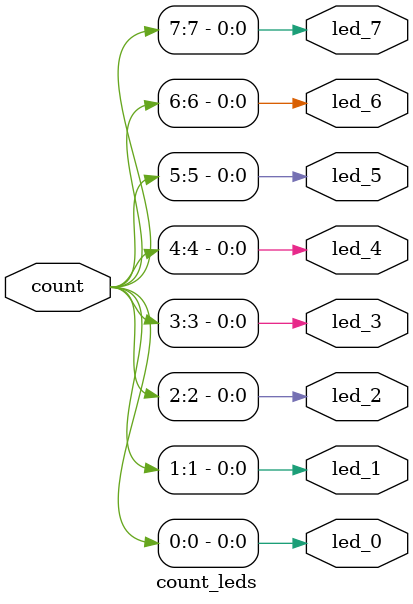
<source format=v>

module count_leds (
    input [7:0] count,
    output led_0,
    output led_1,
    output led_2,
    output led_3,
    output led_4,
    output led_5,
    output led_6,
    output led_7
);

    assign led_0 = count[0];
    assign led_1 = count[1];
    assign led_2 = count[2];
    assign led_3 = count[3];
    assign led_4 = count[4];
    assign led_5 = count[5];
    assign led_6 = count[6];
    assign led_7 = count[7];
    
endmodule

</source>
